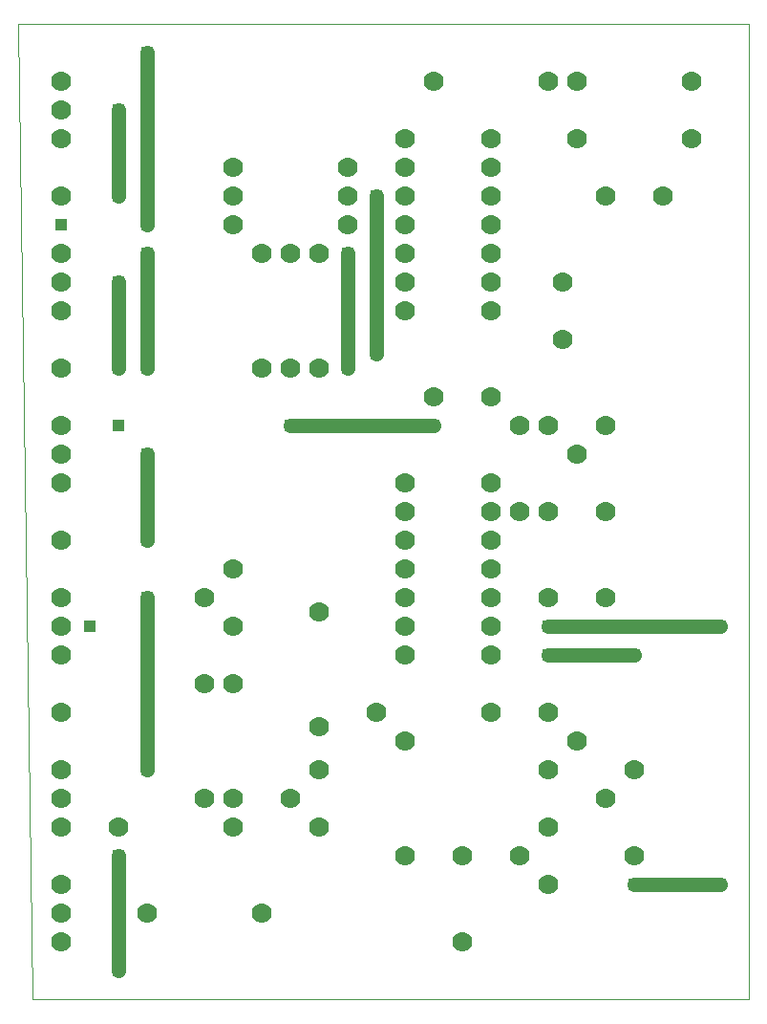
<source format=gtl>
G75*
%MOIN*%
%OFA0B0*%
%FSLAX25Y25*%
%IPPOS*%
%LPD*%
%AMOC8*
5,1,8,0,0,1.08239X$1,22.5*
%
%ADD10C,0.00000*%
%ADD11C,0.07000*%
%ADD12R,0.03962X0.03962*%
%ADD13C,0.05000*%
D10*
X0030337Y0001000D02*
X0025337Y0341000D01*
X0280337Y0341000D01*
X0280337Y0001000D01*
X0030337Y0001000D01*
D11*
X0040337Y0021000D03*
X0040337Y0031000D03*
X0040337Y0041000D03*
X0040337Y0061000D03*
X0040337Y0071000D03*
X0040337Y0081000D03*
X0040337Y0101000D03*
X0040337Y0121000D03*
X0040337Y0131000D03*
X0040337Y0141000D03*
X0040337Y0161000D03*
X0040337Y0181000D03*
X0040337Y0191000D03*
X0040337Y0201000D03*
X0040337Y0221000D03*
X0040337Y0241000D03*
X0040337Y0251000D03*
X0040337Y0261000D03*
X0040337Y0281000D03*
X0040337Y0301000D03*
X0040337Y0311000D03*
X0040337Y0321000D03*
X0100337Y0291000D03*
X0100337Y0281000D03*
X0100337Y0271000D03*
X0110337Y0261000D03*
X0120337Y0261000D03*
X0130337Y0261000D03*
X0140337Y0271000D03*
X0140337Y0281000D03*
X0140337Y0291000D03*
X0160337Y0291000D03*
X0160337Y0281000D03*
X0160337Y0271000D03*
X0160337Y0261000D03*
X0160337Y0251000D03*
X0160337Y0241000D03*
X0170337Y0211000D03*
X0190337Y0211000D03*
X0200337Y0201000D03*
X0210337Y0201000D03*
X0220337Y0191000D03*
X0230337Y0201000D03*
X0230337Y0171000D03*
X0210337Y0171000D03*
X0200337Y0171000D03*
X0190337Y0171000D03*
X0190337Y0181000D03*
X0190337Y0161000D03*
X0190337Y0151000D03*
X0190337Y0141000D03*
X0190337Y0131000D03*
X0190337Y0121000D03*
X0190337Y0101000D03*
X0210337Y0101000D03*
X0220337Y0091000D03*
X0210337Y0081000D03*
X0210337Y0061000D03*
X0200337Y0051000D03*
X0210337Y0041000D03*
X0230337Y0071000D03*
X0240337Y0081000D03*
X0240337Y0051000D03*
X0180337Y0051000D03*
X0160337Y0051000D03*
X0180337Y0021000D03*
X0130337Y0061000D03*
X0120337Y0071000D03*
X0130337Y0081000D03*
X0130337Y0096000D03*
X0150337Y0101000D03*
X0160337Y0091000D03*
X0160337Y0121000D03*
X0160337Y0131000D03*
X0160337Y0141000D03*
X0160337Y0151000D03*
X0160337Y0161000D03*
X0160337Y0171000D03*
X0160337Y0181000D03*
X0130337Y0221000D03*
X0120337Y0221000D03*
X0110337Y0221000D03*
X0100337Y0151000D03*
X0090337Y0141000D03*
X0100337Y0131000D03*
X0100337Y0111000D03*
X0090337Y0111000D03*
X0090337Y0071000D03*
X0100337Y0071000D03*
X0100337Y0061000D03*
X0110337Y0031000D03*
X0070337Y0031000D03*
X0060337Y0061000D03*
X0130337Y0136000D03*
X0210337Y0141000D03*
X0230337Y0141000D03*
X0215337Y0231000D03*
X0215337Y0251000D03*
X0190337Y0251000D03*
X0190337Y0241000D03*
X0190337Y0261000D03*
X0190337Y0271000D03*
X0190337Y0281000D03*
X0190337Y0291000D03*
X0190337Y0301000D03*
X0170337Y0321000D03*
X0160337Y0301000D03*
X0210337Y0321000D03*
X0220337Y0321000D03*
X0220337Y0301000D03*
X0230337Y0281000D03*
X0250337Y0281000D03*
X0260337Y0301000D03*
X0260337Y0321000D03*
D12*
X0170337Y0201000D03*
X0150337Y0226000D03*
X0140337Y0221000D03*
X0120337Y0221000D03*
X0120337Y0201000D03*
X0070337Y0191000D03*
X0060337Y0201000D03*
X0060337Y0221000D03*
X0070337Y0221000D03*
X0060337Y0251000D03*
X0070337Y0261000D03*
X0070337Y0271000D03*
X0060337Y0281000D03*
X0040337Y0271000D03*
X0060337Y0311000D03*
X0070337Y0331000D03*
X0140337Y0261000D03*
X0150337Y0281000D03*
X0070337Y0161000D03*
X0070337Y0141000D03*
X0050337Y0131000D03*
X0050337Y0131000D03*
X0070337Y0081000D03*
X0060337Y0051000D03*
X0060337Y0011000D03*
X0210337Y0121000D03*
X0210337Y0131000D03*
X0240337Y0121000D03*
X0270337Y0131000D03*
X0230337Y0071000D03*
X0230337Y0071000D03*
X0240337Y0041000D03*
X0270337Y0041000D03*
D13*
X0240337Y0041000D01*
X0240337Y0121000D02*
X0210337Y0121000D01*
X0210337Y0131000D02*
X0270337Y0131000D01*
X0170337Y0201000D02*
X0120337Y0201000D01*
X0140337Y0221000D02*
X0140337Y0261000D01*
X0150337Y0281000D02*
X0150337Y0226000D01*
X0070337Y0221000D02*
X0070337Y0261000D01*
X0070337Y0271000D02*
X0070337Y0331000D01*
X0060337Y0311000D02*
X0060337Y0281000D01*
X0060337Y0251000D02*
X0060337Y0221000D01*
X0070337Y0191000D02*
X0070337Y0161000D01*
X0070337Y0141000D02*
X0070337Y0081000D01*
X0060337Y0051000D02*
X0060337Y0011000D01*
M02*

</source>
